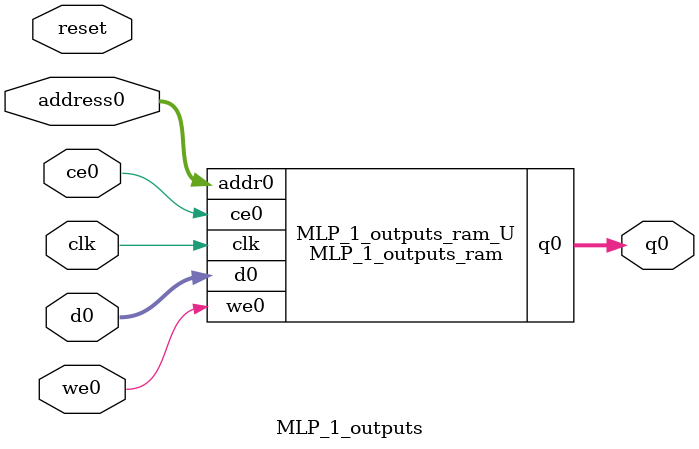
<source format=v>
`timescale 1 ns / 1 ps
module MLP_1_outputs_ram (addr0, ce0, d0, we0, q0,  clk);

parameter DWIDTH = 32;
parameter AWIDTH = 6;
parameter MEM_SIZE = 64;

input[AWIDTH-1:0] addr0;
input ce0;
input[DWIDTH-1:0] d0;
input we0;
output reg[DWIDTH-1:0] q0;
input clk;

(* ram_style = "block" *)reg [DWIDTH-1:0] ram[0:MEM_SIZE-1];




always @(posedge clk)  
begin 
    if (ce0) begin
        if (we0) 
            ram[addr0] <= d0; 
        q0 <= ram[addr0];
    end
end


endmodule

`timescale 1 ns / 1 ps
module MLP_1_outputs(
    reset,
    clk,
    address0,
    ce0,
    we0,
    d0,
    q0);

parameter DataWidth = 32'd32;
parameter AddressRange = 32'd64;
parameter AddressWidth = 32'd6;
input reset;
input clk;
input[AddressWidth - 1:0] address0;
input ce0;
input we0;
input[DataWidth - 1:0] d0;
output[DataWidth - 1:0] q0;



MLP_1_outputs_ram MLP_1_outputs_ram_U(
    .clk( clk ),
    .addr0( address0 ),
    .ce0( ce0 ),
    .we0( we0 ),
    .d0( d0 ),
    .q0( q0 ));

endmodule


</source>
